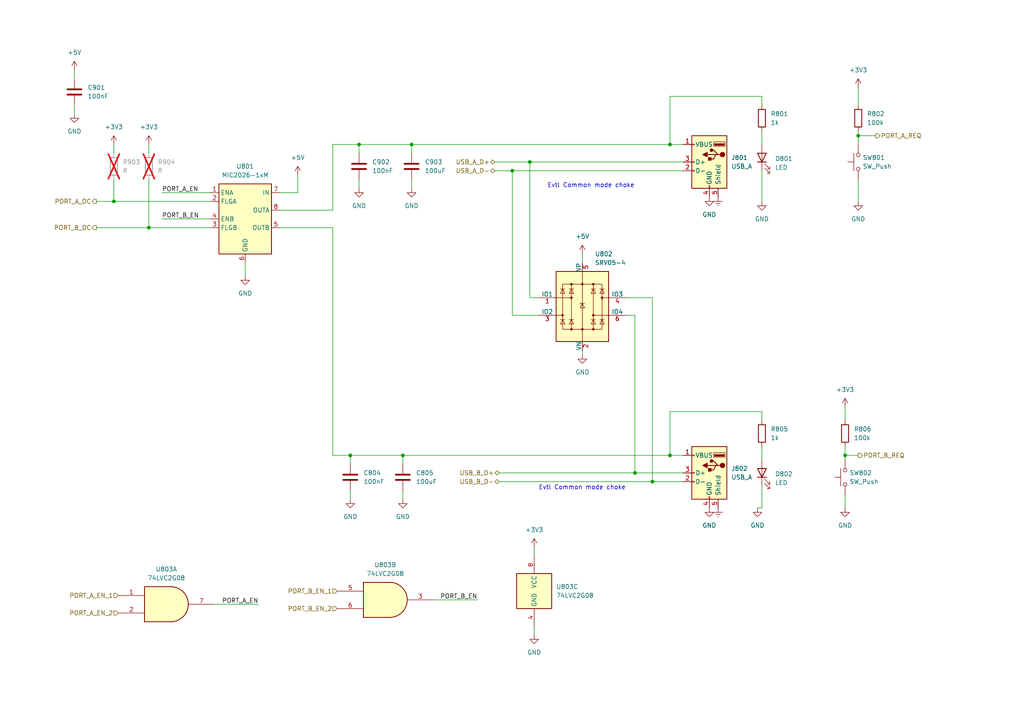
<source format=kicad_sch>
(kicad_sch (version 20230121) (generator eeschema)
  (paper "A4")
  (lib_symbols
    (symbol "74xGxx:74LVC2G08"
      (property "Reference" "U" (at -10.16 7.62 0))
      (property "Value" "74LVC2G08" (at -10.16 -7.62 0))
      (symbol "74LVC2G08_1_1"
        (arc (start 0 -5.08) (mid 5.0579 0) (end 0 5.08) (stroke (width 0.254)) (fill (type background)))
        (polyline (pts (xy 0 -5.08) (xy -7.62 -5.08) (xy -7.62 5.08) (xy 0 5.08)) (stroke (width 0.254)) (fill (type background)))
        (pin input line (at -15.24 2.54 0) (length 7.62) (name "~") (number "1"))
        (pin input line (at -15.24 -2.54 0) (length 7.62) (name "~") (number "2"))
        (pin output line (at 12.7 0 180) (length 7.62) (name "~") (number "7"))
      )
      (symbol "74LVC2G08_2_1"
        (arc (start 0 -5.08) (mid 5.0579 0) (end 0 5.08) (stroke (width 0.254)) (fill (type background)))
        (polyline (pts (xy 0 -5.08) (xy -7.62 -5.08) (xy -7.62 5.08) (xy 0 5.08)) (stroke (width 0.254)) (fill (type background)))
        (pin output line (at 12.7 0 180) (length 7.62) (name "~") (number "3"))
        (pin input line (at -15.24 2.54 0) (length 7.62) (name "~") (number "5"))
        (pin input line (at -15.24 -2.54 0) (length 7.62) (name "~") (number "6"))
      )
      (symbol "74LVC2G08_3_0"
        (rectangle (start -5.08 -5.08) (end 5.08 5.08) (stroke (width 0.254)) (fill (type background)))
      )
      (symbol "74LVC2G08_3_1"
        (pin power_in line (at 0 -10.16 90) (length 5.08) (name "GND") (number "4"))
        (pin power_in line (at 0 10.16 270) (length 5.08) (name "VCC") (number "8"))
      )
    )
    (symbol "Connector:USB_A" (pin_names (offset 1.016))
      (property "Reference" "J" (at -5.08 11.43 0))
      (property "Value" "USB_A" (at -5.08 8.89 0))
      (symbol "USB_A_0_1"
        (rectangle (start -5.08 -7.62) (end 5.08 7.62) (stroke (width 0.254)) (fill (type background)))
        (circle (center -3.81 2.159) (radius 0.635) (stroke (width 0.254)) (fill (type outline)))
        (rectangle (start -1.524 4.826) (end -4.318 5.334) (fill (type outline)))
        (rectangle (start -1.27 4.572) (end -4.572 5.842))
        (circle (center -0.635 3.429) (radius 0.381) (stroke (width 0.254)) (fill (type outline)))
        (rectangle (start -0.127 -7.62) (end 0.127 -6.858))
        (polyline (pts (xy -3.175 2.159) (xy -2.54 2.159) (xy -1.27 3.429) (xy -0.635 3.429)) (stroke (width 0.254)))
        (polyline (pts (xy -2.54 2.159) (xy -1.905 2.159) (xy -1.27 0.889) (xy 0 0.889)) (stroke (width 0.254)))
        (polyline (pts (xy 0.635 2.794) (xy 0.635 1.524) (xy 1.905 2.159) (xy 0.635 2.794)) (stroke (width 0.254)) (fill (type outline)))
        (rectangle (start 0.254 1.27) (end -0.508 0.508) (stroke (width 0.254)) (fill (type outline)))
        (rectangle (start 5.08 -2.667) (end 4.318 -2.413))
        (rectangle (start 5.08 -0.127) (end 4.318 0.127))
        (rectangle (start 5.08 4.953) (end 4.318 5.207))
      )
      (symbol "USB_A_1_1"
        (polyline (pts (xy -1.905 2.159) (xy 0.635 2.159)) (stroke (width 0.254)))
        (pin power_in line (at 7.62 5.08 180) (length 2.54) (name "VBUS") (number "1"))
        (pin bidirectional line (at 7.62 -2.54 180) (length 2.54) (name "D-") (number "2"))
        (pin bidirectional line (at 7.62 0 180) (length 2.54) (name "D+") (number "3"))
        (pin power_in line (at 0 -10.16 90) (length 2.54) (name "GND") (number "4"))
        (pin passive line (at -2.54 -10.16 90) (length 2.54) (name "Shield") (number "5"))
      )
    )
    (symbol "Device:C" (pin_numbers hide) (pin_names (offset 0.254))
      (property "Reference" "C" (at 0.635 2.54 0))
      (property "Value" "C" (at 0.635 -2.54 0))
      (symbol "C_0_1"
        (polyline (pts (xy -2.032 -0.762) (xy 2.032 -0.762)) (stroke (width 0.508)))
        (polyline (pts (xy -2.032 0.762) (xy 2.032 0.762)) (stroke (width 0.508)))
      )
      (symbol "C_1_1"
        (pin passive line (at 0 3.81 270) (length 2.794) (name "~") (number "1"))
        (pin passive line (at 0 -3.81 90) (length 2.794) (name "~") (number "2"))
      )
    )
    (symbol "Device:LED" (pin_numbers hide) (pin_names (offset 1.016) hide)
      (property "Reference" "D" (at 0 2.54 0))
      (property "Value" "LED" (at 0 -2.54 0))
      (symbol "LED_0_1"
        (polyline (pts (xy -1.27 -1.27) (xy -1.27 1.27)) (stroke (width 0.254)))
        (polyline (pts (xy -1.27 0) (xy 1.27 0)))
        (polyline (pts (xy 1.27 -1.27) (xy 1.27 1.27) (xy -1.27 0) (xy 1.27 -1.27)) (stroke (width 0.254)))
        (polyline (pts (xy -3.048 -0.762) (xy -4.572 -2.286) (xy -3.81 -2.286) (xy -4.572 -2.286) (xy -4.572 -1.524)))
        (polyline (pts (xy -1.778 -0.762) (xy -3.302 -2.286) (xy -2.54 -2.286) (xy -3.302 -2.286) (xy -3.302 -1.524)))
      )
      (symbol "LED_1_1"
        (pin passive line (at -3.81 0 0) (length 2.54) (name "K") (number "1"))
        (pin passive line (at 3.81 0 180) (length 2.54) (name "A") (number "2"))
      )
    )
    (symbol "Device:R" (pin_numbers hide) (pin_names (offset 0))
      (property "Reference" "R" (at 2.032 0 90))
      (property "Value" "R" (at 0 0 90))
      (symbol "R_0_1"
        (rectangle (start -1.016 -2.54) (end 1.016 2.54) (stroke (width 0.254)))
      )
      (symbol "R_1_1"
        (pin passive line (at 0 3.81 270) (length 1.27) (name "~") (number "1"))
        (pin passive line (at 0 -3.81 90) (length 1.27) (name "~") (number "2"))
      )
    )
    (symbol "Power_Management:MIC2026-1xM"
      (property "Reference" "U" (at -7.62 11.43 0))
      (property "Value" "MIC2026-1xM" (at 12.7 11.43 0))
      (symbol "MIC2026-1xM_0_1"
        (rectangle (start -7.62 -10.16) (end 7.62 10.16) (stroke (width 0.254)) (fill (type background)))
      )
      (symbol "MIC2026-1xM_1_1"
        (pin input line (at -10.16 7.62 0) (length 2.54) (name "ENA") (number "1"))
        (pin output line (at -10.16 5.08 0) (length 2.54) (name "FLGA") (number "2"))
        (pin output line (at -10.16 -2.54 0) (length 2.54) (name "FLGB") (number "3"))
        (pin input line (at -10.16 0 0) (length 2.54) (name "ENB") (number "4"))
        (pin power_out line (at 10.16 -2.54 180) (length 2.54) (name "OUTB") (number "5"))
        (pin power_in line (at 0 -12.7 90) (length 2.54) (name "GND") (number "6"))
        (pin power_in line (at 10.16 7.62 180) (length 2.54) (name "IN") (number "7"))
        (pin power_out line (at 10.16 2.54 180) (length 2.54) (name "OUTA") (number "8"))
      )
    )
    (symbol "Power_Protection:SRV05-4" (pin_names (offset 0))
      (property "Reference" "U" (at -5.08 11.43 0))
      (property "Value" "SRV05-4" (at 2.54 11.43 0))
      (symbol "SRV05-4_0_0"
        (rectangle (start -5.715 6.477) (end 5.715 -6.604))
        (polyline (pts (xy -3.175 -6.604) (xy -3.175 6.477)))
        (polyline (pts (xy 3.175 6.477) (xy 3.175 -6.604)))
      )
      (symbol "SRV05-4_0_1"
        (rectangle (start -7.62 10.16) (end 7.62 -10.16) (stroke (width 0.254)) (fill (type background)))
        (circle (center -5.715 -2.54) (radius 0.2794) (fill (type outline)))
        (circle (center -3.175 -6.604) (radius 0.2794) (fill (type outline)))
        (circle (center -3.175 2.54) (radius 0.2794) (fill (type outline)))
        (circle (center -3.175 6.477) (radius 0.2794) (fill (type outline)))
        (circle (center 0 -6.604) (radius 0.2794) (fill (type outline)))
        (polyline (pts (xy -7.747 2.54) (xy -3.175 2.54)))
        (polyline (pts (xy -7.62 -2.54) (xy -5.715 -2.54)))
        (polyline (pts (xy -5.08 -3.81) (xy -6.35 -3.81)))
        (polyline (pts (xy -5.08 5.08) (xy -6.35 5.08)))
        (polyline (pts (xy -2.54 -3.81) (xy -3.81 -3.81)))
        (polyline (pts (xy -2.54 5.08) (xy -3.81 5.08)))
        (polyline (pts (xy 0 10.16) (xy 0 -10.16)))
        (polyline (pts (xy 3.81 -3.81) (xy 2.54 -3.81)))
        (polyline (pts (xy 3.81 5.08) (xy 2.54 5.08)))
        (polyline (pts (xy 6.35 -3.81) (xy 5.08 -3.81)))
        (polyline (pts (xy 6.35 5.08) (xy 5.08 5.08)))
        (polyline (pts (xy 7.62 -2.54) (xy 3.175 -2.54)))
        (polyline (pts (xy 7.62 2.54) (xy 5.715 2.54)))
        (polyline (pts (xy 0.635 0.889) (xy -0.635 0.889) (xy -0.635 0.635)))
        (polyline (pts (xy -5.08 -5.08) (xy -6.35 -5.08) (xy -5.715 -3.81) (xy -5.08 -5.08)))
        (polyline (pts (xy -5.08 3.81) (xy -6.35 3.81) (xy -5.715 5.08) (xy -5.08 3.81)))
        (polyline (pts (xy -2.54 -5.08) (xy -3.81 -5.08) (xy -3.175 -3.81) (xy -2.54 -5.08)))
        (polyline (pts (xy -2.54 3.81) (xy -3.81 3.81) (xy -3.175 5.08) (xy -2.54 3.81)))
        (polyline (pts (xy 0.635 -0.381) (xy -0.635 -0.381) (xy 0 0.889) (xy 0.635 -0.381)))
        (polyline (pts (xy 3.81 -5.08) (xy 2.54 -5.08) (xy 3.175 -3.81) (xy 3.81 -5.08)))
        (polyline (pts (xy 3.81 3.81) (xy 2.54 3.81) (xy 3.175 5.08) (xy 3.81 3.81)))
        (polyline (pts (xy 6.35 -5.08) (xy 5.08 -5.08) (xy 5.715 -3.81) (xy 6.35 -5.08)))
        (polyline (pts (xy 6.35 3.81) (xy 5.08 3.81) (xy 5.715 5.08) (xy 6.35 3.81)))
        (circle (center 0 6.477) (radius 0.2794) (fill (type outline)))
        (circle (center 3.175 -6.604) (radius 0.2794) (fill (type outline)))
        (circle (center 3.175 -2.54) (radius 0.2794) (fill (type outline)))
        (circle (center 3.175 6.477) (radius 0.2794) (fill (type outline)))
        (circle (center 5.715 2.54) (radius 0.2794) (fill (type outline)))
      )
      (symbol "SRV05-4_1_1"
        (pin passive line (at -12.7 2.54 0) (length 5.08) (name "IO1") (number "1"))
        (pin passive line (at 0 -12.7 90) (length 2.54) (name "VN") (number "2"))
        (pin passive line (at -12.7 -2.54 0) (length 5.08) (name "IO2") (number "3"))
        (pin passive line (at 12.7 2.54 180) (length 5.08) (name "IO3") (number "4"))
        (pin passive line (at 0 12.7 270) (length 2.54) (name "VP") (number "5"))
        (pin passive line (at 12.7 -2.54 180) (length 5.08) (name "IO4") (number "6"))
      )
    )
    (symbol "Switch:SW_Push" (pin_numbers hide) (pin_names (offset 1.016) hide)
      (property "Reference" "SW" (at 1.27 2.54 0))
      (property "Value" "SW_Push" (at 0 -1.524 0))
      (symbol "SW_Push_0_1"
        (circle (center -2.032 0) (radius 0.508))
        (polyline (pts (xy 0 1.27) (xy 0 3.048)))
        (polyline (pts (xy 2.54 1.27) (xy -2.54 1.27)))
        (circle (center 2.032 0) (radius 0.508))
        (pin passive line (at -5.08 0 0) (length 2.54) (name "1") (number "1"))
        (pin passive line (at 5.08 0 180) (length 2.54) (name "2") (number "2"))
      )
    )
    (symbol "power:+3V3" (power) (pin_names (offset 0))
      (property "Value" "+3V3" (at 0 3.556 0))
      (symbol "+3V3_0_1"
        (polyline (pts (xy -0.762 1.27) (xy 0 2.54)))
        (polyline (pts (xy 0 0) (xy 0 2.54)))
        (polyline (pts (xy 0 2.54) (xy 0.762 1.27)))
      )
      (symbol "+3V3_1_1"
        (pin power_in line (at 0 0 90) (length 0) hide (name "+3V3") (number "1"))
      )
    )
    (symbol "power:+5V" (power) (pin_names (offset 0))
      (property "Value" "+5V" (at 0 3.556 0))
      (symbol "+5V_0_1"
        (polyline (pts (xy -0.762 1.27) (xy 0 2.54)))
        (polyline (pts (xy 0 0) (xy 0 2.54)))
        (polyline (pts (xy 0 2.54) (xy 0.762 1.27)))
      )
      (symbol "+5V_1_1"
        (pin power_in line (at 0 0 90) (length 0) hide (name "+5V") (number "1"))
      )
    )
    (symbol "power:Earth" (power) (pin_names (offset 0))
      (symbol "Earth_0_1"
        (polyline (pts (xy -0.635 -1.905) (xy 0.635 -1.905)))
        (polyline (pts (xy -0.127 -2.54) (xy 0.127 -2.54)))
        (polyline (pts (xy 0 -1.27) (xy 0 0)))
        (polyline (pts (xy 1.27 -1.27) (xy -1.27 -1.27)))
      )
      (symbol "Earth_1_1"
        (pin power_in line (at 0 0 270) (length 0) hide (name "Earth") (number "1"))
      )
    )
    (symbol "power:GND" (power) (pin_names (offset 0))
      (property "Value" "GND" (at 0 -3.81 0))
      (symbol "GND_0_1"
        (polyline (pts (xy 0 0) (xy 0 -1.27) (xy 1.27 -1.27) (xy 0 -2.54) (xy -1.27 -1.27) (xy 0 -1.27)))
      )
      (symbol "GND_1_1"
        (pin power_in line (at 0 0 270) (length 0) hide (name "GND") (number "1"))
      )
    )
  )
  (junction (at 194.31 41.91))
  (junction (at 245.11 132.08))
  (junction (at 184.15 137.16))
  (junction (at 104.14 41.91))
  (junction (at 43.18 66.04))
  (junction (at 248.92 39.37))
  (junction (at 101.6 132.08))
  (junction (at 33.02 58.42))
  (junction (at 119.38 41.91))
  (junction (at 189.23 139.7))
  (junction (at 194.31 132.08))
  (junction (at 153.67 46.99))
  (junction (at 148.59 49.53))
  (junction (at 116.84 132.08))
  (wire (pts (xy 71.12 76.2) (xy 71.12 80.01)))
  (wire (pts (xy 156.21 86.36) (xy 153.67 86.36)))
  (wire (pts (xy 27.94 58.42) (xy 33.02 58.42)))
  (wire (pts (xy 168.91 101.6) (xy 168.91 102.87)))
  (wire (pts (xy 194.31 41.91) (xy 198.12 41.91)))
  (wire (pts (xy 144.78 139.7) (xy 189.23 139.7)))
  (wire (pts (xy 220.98 119.38) (xy 194.31 119.38)))
  (wire (pts (xy 81.28 55.88) (xy 86.36 55.88)))
  (wire (pts (xy 194.31 27.94) (xy 194.31 41.91)))
  (wire (pts (xy 245.11 132.08) (xy 248.92 132.08)))
  (wire (pts (xy 220.98 147.32) (xy 219.71 147.32)))
  (wire (pts (xy 220.98 38.1) (xy 220.98 41.91)))
  (wire (pts (xy 27.94 66.04) (xy 43.18 66.04)))
  (wire (pts (xy 220.98 140.97) (xy 220.98 147.32)))
  (wire (pts (xy 154.94 158.75) (xy 154.94 161.29)))
  (wire (pts (xy 33.02 41.91) (xy 33.02 44.45)))
  (wire (pts (xy 143.51 49.53) (xy 148.59 49.53)))
  (wire (pts (xy 21.59 20.32) (xy 21.59 22.86)))
  (wire (pts (xy 96.52 41.91) (xy 104.14 41.91)))
  (wire (pts (xy 245.11 143.51) (xy 245.11 147.32)))
  (wire (pts (xy 104.14 52.07) (xy 104.14 54.61)))
  (wire (pts (xy 104.14 41.91) (xy 104.14 44.45)))
  (wire (pts (xy 116.84 142.24) (xy 116.84 144.78)))
  (wire (pts (xy 220.98 30.48) (xy 220.98 27.94)))
  (wire (pts (xy 101.6 132.08) (xy 116.84 132.08)))
  (wire (pts (xy 143.51 46.99) (xy 153.67 46.99)))
  (wire (pts (xy 198.12 139.7) (xy 189.23 139.7)))
  (wire (pts (xy 21.59 30.48) (xy 21.59 33.02)))
  (wire (pts (xy 119.38 41.91) (xy 119.38 44.45)))
  (wire (pts (xy 104.14 41.91) (xy 119.38 41.91)))
  (wire (pts (xy 198.12 49.53) (xy 148.59 49.53)))
  (wire (pts (xy 46.99 63.5) (xy 60.96 63.5)))
  (wire (pts (xy 96.52 60.96) (xy 96.52 41.91)))
  (wire (pts (xy 245.11 118.11) (xy 245.11 121.92)))
  (wire (pts (xy 220.98 129.54) (xy 220.98 133.35)))
  (wire (pts (xy 248.92 39.37) (xy 248.92 41.91)))
  (wire (pts (xy 144.78 137.16) (xy 184.15 137.16)))
  (wire (pts (xy 220.98 49.53) (xy 220.98 58.42)))
  (wire (pts (xy 116.84 132.08) (xy 194.31 132.08)))
  (wire (pts (xy 62.23 175.26) (xy 74.93 175.26)))
  (wire (pts (xy 116.84 132.08) (xy 116.84 134.62)))
  (wire (pts (xy 248.92 38.1) (xy 248.92 39.37)))
  (wire (pts (xy 43.18 66.04) (xy 60.96 66.04)))
  (wire (pts (xy 153.67 86.36) (xy 153.67 46.99)))
  (wire (pts (xy 81.28 60.96) (xy 96.52 60.96)))
  (wire (pts (xy 194.31 119.38) (xy 194.31 132.08)))
  (wire (pts (xy 101.6 132.08) (xy 101.6 134.62)))
  (wire (pts (xy 184.15 91.44) (xy 184.15 137.16)))
  (wire (pts (xy 33.02 52.07) (xy 33.02 58.42)))
  (wire (pts (xy 245.11 129.54) (xy 245.11 132.08)))
  (wire (pts (xy 156.21 91.44) (xy 148.59 91.44)))
  (wire (pts (xy 248.92 25.4) (xy 248.92 30.48)))
  (wire (pts (xy 189.23 86.36) (xy 189.23 139.7)))
  (wire (pts (xy 119.38 41.91) (xy 194.31 41.91)))
  (wire (pts (xy 33.02 58.42) (xy 60.96 58.42)))
  (wire (pts (xy 148.59 91.44) (xy 148.59 49.53)))
  (wire (pts (xy 153.67 46.99) (xy 198.12 46.99)))
  (wire (pts (xy 96.52 132.08) (xy 101.6 132.08)))
  (wire (pts (xy 194.31 132.08) (xy 198.12 132.08)))
  (wire (pts (xy 181.61 91.44) (xy 184.15 91.44)))
  (wire (pts (xy 220.98 121.92) (xy 220.98 119.38)))
  (wire (pts (xy 245.11 132.08) (xy 245.11 133.35)))
  (wire (pts (xy 154.94 181.61) (xy 154.94 184.15)))
  (wire (pts (xy 220.98 27.94) (xy 194.31 27.94)))
  (wire (pts (xy 101.6 142.24) (xy 101.6 144.78)))
  (wire (pts (xy 43.18 52.07) (xy 43.18 66.04)))
  (wire (pts (xy 184.15 137.16) (xy 198.12 137.16)))
  (wire (pts (xy 181.61 86.36) (xy 189.23 86.36)))
  (wire (pts (xy 46.99 55.88) (xy 60.96 55.88)))
  (wire (pts (xy 248.92 39.37) (xy 254 39.37)))
  (wire (pts (xy 86.36 55.88) (xy 86.36 50.8)))
  (wire (pts (xy 119.38 52.07) (xy 119.38 54.61)))
  (wire (pts (xy 96.52 132.08) (xy 96.52 66.04)))
  (wire (pts (xy 43.18 41.91) (xy 43.18 44.45)))
  (wire (pts (xy 168.91 76.2) (xy 168.91 73.66)))
  (wire (pts (xy 248.92 52.07) (xy 248.92 58.42)))
  (wire (pts (xy 125.73 173.99) (xy 138.43 173.99)))
  (wire (pts (xy 81.28 66.04) (xy 96.52 66.04)))
  (text "Evtl Common mode choke" (at 158.75 54.61 0) (effects (font (size 1.27 1.27)) (justify left bottom)))
  (text "Evtl Common mode choke" (at 156.21 142.24 0) (effects (font (size 1.27 1.27)) (justify left bottom)))
  (label "PORT_A_EN" (at 74.93 175.26 180))
  (label "PORT_A_EN" (at 46.99 55.88 0))
  (label "PORT_B_EN" (at 138.43 173.99 180))
  (label "PORT_B_EN" (at 46.99 63.5 0))
  (hierarchical_label "USB_A_D-" (shape bidirectional) (at 143.51 49.53 180))
  (hierarchical_label "PORT_A_OC" (shape output) (at 27.94 58.42 180))
  (hierarchical_label "USB_B_D+" (shape bidirectional) (at 144.78 137.16 180))
  (hierarchical_label "PORT_A_REQ" (shape output) (at 254 39.37 0))
  (hierarchical_label "PORT_A_EN_1" (shape input) (at 34.29 172.72 180))
  (hierarchical_label "USB_B_D-" (shape bidirectional) (at 144.78 139.7 180))
  (hierarchical_label "PORT_B_EN_2" (shape input) (at 97.79 176.53 180))
  (hierarchical_label "PORT_B_OC" (shape output) (at 27.94 66.04 180))
  (hierarchical_label "PORT_B_REQ" (shape output) (at 248.92 132.08 0))
  (hierarchical_label "USB_A_D+" (shape bidirectional) (at 143.51 46.99 180))
  (hierarchical_label "PORT_B_EN_1" (shape input) (at 97.79 171.45 180))
  (hierarchical_label "PORT_A_EN_2" (shape input) (at 34.29 177.8 180))
  (symbol (lib_id "power:GND") (at 245.11 147.32 0) (unit 1)
    (property "Reference" "#PWR0922" (effects hide))
    (property "Value" "GND" (at 245.11 152.4 0))
    (instances (project "usb-hub" (path "" (reference "#PWR0922") (unit 1)) (path "" (reference "#PWR01022") (unit 1)) (path "" (reference "#PWR01122") (unit 1)) (path "" (reference "#PWR0822") (unit 1)) (path "" (reference "#PWR01222") (unit 1)) (path "" (reference "#PWR01322") (unit 1))))
  )
  (symbol (lib_id "power:GND") (at 21.59 33.02 0) (unit 1)
    (property "Reference" "#PWR0903" (effects hide))
    (property "Value" "GND" (at 21.59 38.1 0))
    (instances (project "usb-hub" (path "" (reference "#PWR0903") (unit 1)) (path "" (reference "#PWR01003") (unit 1)) (path "" (reference "#PWR01103") (unit 1)) (path "" (reference "#PWR0803") (unit 1)) (path "" (reference "#PWR01203") (unit 1)) (path "" (reference "#PWR01303") (unit 1))))
  )
  (symbol (lib_id "power:+3V3") (at 43.18 41.91 0) (unit 1)
    (property "Reference" "#PWR0905" (effects hide))
    (property "Value" "+3V3" (at 43.18 36.83 0))
    (instances (project "usb-hub" (path "" (reference "#PWR0905") (unit 1)) (path "" (reference "#PWR01005") (unit 1)) (path "" (reference "#PWR01105") (unit 1)) (path "" (reference "#PWR0805") (unit 1)) (path "" (reference "#PWR01205") (unit 1)) (path "" (reference "#PWR01305") (unit 1))))
  )
  (symbol (lib_id "power:GND") (at 205.74 57.15 0) (unit 1)
    (property "Reference" "#PWR0809" (effects hide))
    (property "Value" "GND" (at 205.74 62.23 0))
    (instances (project "usb-hub" (path "" (reference "#PWR0809") (unit 1)) (path "" (reference "#PWR0909") (unit 1)) (path "" (reference "#PWR01009") (unit 1)) (path "" (reference "#PWR01109") (unit 1)) (path "" (reference "#PWR01209") (unit 1)) (path "" (reference "#PWR01309") (unit 1))))
  )
  (symbol (lib_id "74xGxx:74LVC2G08") (at 113.03 173.99 0) (unit 2)
    (property "Reference" "U803" (at 111.7489 163.83 0))
    (property "Value" "74LVC2G08" (at 111.7489 166.37 0))
    (property "Footprint" "Package_SO:VSSOP-8_2.3x2mm_P0.5mm" (effects hide))
    (property "Datasheet" "http://www.ti.com/lit/sg/scyt129e/scyt129e.pdf" (effects hide))
    (property "LCSC#" "C91875" (effects hide))
    (instances (project "usb-hub" (path "" (reference "U803") (unit 2)) (path "" (reference "U1203") (unit 2)) (path "" (reference "U1303") (unit 2)) (path "" (reference "U903") (unit 2)) (path "" (reference "U1003") (unit 2)) (path "" (reference "U1103") (unit 2))))
  )
  (symbol (lib_id "Device:R") (at 33.02 48.26 0) (unit 1) (dnp yes)
    (property "Reference" "R903" (at 35.56 46.99 0) (effects (justify left)))
    (property "Value" "R" (at 35.56 49.53 0) (effects (justify left)))
    (property "Footprint" "Resistor_SMD:R_0603_1608Metric" (effects hide))
    (instances (project "usb-hub" (path "" (reference "R903") (unit 1)) (path "" (reference "R1003") (unit 1)) (path "" (reference "R1103") (unit 1)) (path "" (reference "R803") (unit 1)) (path "" (reference "R1203") (unit 1)) (path "" (reference "R1303") (unit 1))))
  )
  (symbol (lib_id "power:Earth") (at 208.28 147.32 0) (unit 1)
    (property "Reference" "#PWR0820" (effects hide))
    (property "Value" "Earth" (effects hide))
    (instances (project "usb-hub" (path "" (reference "#PWR0820") (unit 1)) (path "" (reference "#PWR0920") (unit 1)) (path "" (reference "#PWR01020") (unit 1)) (path "" (reference "#PWR01120") (unit 1)) (path "" (reference "#PWR01220") (unit 1)) (path "" (reference "#PWR01320") (unit 1))))
  )
  (symbol (lib_id "Power_Protection:SRV05-4") (at 168.91 88.9 0) (unit 1)
    (property "Reference" "U802" (at 172.5361 73.66 0) (effects (justify left)))
    (property "Value" "SRV05-4" (at 172.5361 76.2 0) (effects (justify left)))
    (property "Footprint" "Package_TO_SOT_SMD:SOT-23-6" (effects hide))
    (property "Datasheet" "http://www.onsemi.com/pub/Collateral/SRV05-4-D.PDF" (effects hide))
    (property "LCSC#" "C7420376" (effects hide))
    (instances (project "usb-hub" (path "" (reference "U802") (unit 1)) (path "" (reference "U1202") (unit 1)) (path "" (reference "U1302") (unit 1)) (path "" (reference "U902") (unit 1)) (path "" (reference "U1002") (unit 1)) (path "" (reference "U1102") (unit 1))))
  )
  (symbol (lib_id "power:Earth") (at 208.28 57.15 0) (unit 1)
    (property "Reference" "#PWR0810" (effects hide))
    (property "Value" "Earth" (effects hide))
    (instances (project "usb-hub" (path "" (reference "#PWR0810") (unit 1)) (path "" (reference "#PWR0910") (unit 1)) (path "" (reference "#PWR01010") (unit 1)) (path "" (reference "#PWR01110") (unit 1)) (path "" (reference "#PWR01210") (unit 1)) (path "" (reference "#PWR01310") (unit 1))))
  )
  (symbol (lib_id "Switch:SW_Push") (at 248.92 46.99 90) (unit 1)
    (property "Reference" "SW801" (at 250.19 45.72 90) (effects (justify right)))
    (property "Value" "SW_Push" (at 250.19 48.26 90) (effects (justify right)))
    (property "Footprint" "Button_Switch_SMD:SW_SPST_TL3342" (effects hide))
    (instances (project "usb-hub" (path "" (reference "SW801") (unit 1)) (path "" (reference "SW1201") (unit 1)) (path "" (reference "SW1301") (unit 1)) (path "" (reference "SW901") (unit 1)) (path "" (reference "SW1001") (unit 1)) (path "" (reference "SW1101") (unit 1))))
  )
  (symbol (lib_id "Connector:USB_A") (at 205.74 137.16 0) (mirror y) (unit 1)
    (property "Reference" "J802" (at 212.09 135.89 0) (effects (justify right)))
    (property "Value" "USB_A" (at 212.09 138.43 0) (effects (justify right)))
    (property "Footprint" "Connectors:CU01SAV1S00" (effects hide))
    (property "Datasheet" " ~" (effects hide))
    (instances (project "usb-hub" (path "" (reference "J802") (unit 1)) (path "" (reference "J1202") (unit 1)) (path "" (reference "J1302") (unit 1)) (path "" (reference "J902") (unit 1)) (path "" (reference "J1002") (unit 1)) (path "" (reference "J1102") (unit 1))))
  )
  (symbol (lib_id "74xGxx:74LVC2G08") (at 49.53 175.26 0) (unit 1)
    (property "Reference" "U803" (at 48.2489 165.1 0))
    (property "Value" "74LVC2G08" (at 48.2489 167.64 0))
    (property "Footprint" "Package_SO:VSSOP-8_2.3x2mm_P0.5mm" (effects hide))
    (property "Datasheet" "http://www.ti.com/lit/sg/scyt129e/scyt129e.pdf" (effects hide))
    (property "LCSC#" "C91875" (effects hide))
    (instances (project "usb-hub" (path "" (reference "U803") (unit 1)) (path "" (reference "U1203") (unit 1)) (path "" (reference "U1303") (unit 1)) (path "" (reference "U903") (unit 1)) (path "" (reference "U1003") (unit 1)) (path "" (reference "U1103") (unit 1))))
  )
  (symbol (lib_id "Connector:USB_A") (at 205.74 46.99 0) (mirror y) (unit 1)
    (property "Reference" "J801" (at 212.09 45.72 0) (effects (justify right)))
    (property "Value" "USB_A" (at 212.09 48.26 0) (effects (justify right)))
    (property "Footprint" "Connectors:CU01SAV1S00" (effects hide))
    (property "Datasheet" " ~" (effects hide))
    (instances (project "usb-hub" (path "" (reference "J801") (unit 1)) (path "" (reference "J1201") (unit 1)) (path "" (reference "J1301") (unit 1)) (path "" (reference "J901") (unit 1)) (path "" (reference "J1001") (unit 1)) (path "" (reference "J1101") (unit 1))))
  )
  (symbol (lib_id "Device:C") (at 21.59 26.67 0) (unit 1)
    (property "Reference" "C901" (at 25.4 25.4 0) (effects (justify left)))
    (property "Value" "100nF" (at 25.4 27.94 0) (effects (justify left)))
    (property "Footprint" "Capacitor_SMD:C_0402_1005Metric" (effects hide))
    (instances (project "usb-hub" (path "" (reference "C901") (unit 1)) (path "" (reference "C1001") (unit 1)) (path "" (reference "C1101") (unit 1)) (path "" (reference "C801") (unit 1)) (path "" (reference "C1201") (unit 1)) (path "" (reference "C1301") (unit 1))))
  )
  (symbol (lib_id "Device:R") (at 248.92 34.29 0) (unit 1)
    (property "Reference" "R802" (at 251.46 33.02 0) (effects (justify left)))
    (property "Value" "100k" (at 251.46 35.56 0) (effects (justify left)))
    (property "Footprint" "Resistor_SMD:R_0402_1005Metric" (effects hide))
    (instances (project "usb-hub" (path "" (reference "R802") (unit 1)) (path "" (reference "R1202") (unit 1)) (path "" (reference "R1302") (unit 1)) (path "" (reference "R902") (unit 1)) (path "" (reference "R1002") (unit 1)) (path "" (reference "R1102") (unit 1))))
  )
  (symbol (lib_id "power:GND") (at 219.71 147.32 0) (unit 1)
    (property "Reference" "#PWR0921" (effects hide))
    (property "Value" "GND" (at 219.71 152.4 0))
    (instances (project "usb-hub" (path "" (reference "#PWR0921") (unit 1)) (path "" (reference "#PWR01021") (unit 1)) (path "" (reference "#PWR01121") (unit 1)) (path "" (reference "#PWR0821") (unit 1)) (path "" (reference "#PWR01221") (unit 1)) (path "" (reference "#PWR01321") (unit 1))))
  )
  (symbol (lib_id "Power_Management:MIC2026-1xM") (at 71.12 63.5 0) (unit 1)
    (property "Reference" "U801" (at 71.12 48.26 0))
    (property "Value" "MIC2026-1xM" (at 71.12 50.8 0))
    (property "Footprint" "Package_SO:SOIC-8_3.9x4.9mm_P1.27mm" (effects hide))
    (property "Datasheet" "https://ww1.microchip.com/downloads/aemDocuments/documents/APID/ProductDocuments/DataSheets/MIC2026-MIC2076-Dual-Channel-Power-Distribution-Switch-DS20006443A.pdf" (effects hide))
    (instances (project "usb-hub" (path "" (reference "U801") (unit 1)) (path "" (reference "U1201") (unit 1)) (path "" (reference "U1301") (unit 1)) (path "" (reference "U901") (unit 1)) (path "" (reference "U1001") (unit 1)) (path "" (reference "U1101") (unit 1))))
  )
  (symbol (lib_id "Switch:SW_Push") (at 245.11 138.43 90) (unit 1)
    (property "Reference" "SW802" (at 246.38 137.16 90) (effects (justify right)))
    (property "Value" "SW_Push" (at 246.38 139.7 90) (effects (justify right)))
    (property "Footprint" "Button_Switch_SMD:SW_SPST_TL3342" (effects hide))
    (instances (project "usb-hub" (path "" (reference "SW802") (unit 1)) (path "" (reference "SW1202") (unit 1)) (path "" (reference "SW1302") (unit 1)) (path "" (reference "SW902") (unit 1)) (path "" (reference "SW1002") (unit 1)) (path "" (reference "SW1102") (unit 1))))
  )
  (symbol (lib_id "Device:C") (at 104.14 48.26 0) (unit 1)
    (property "Reference" "C902" (at 107.95 46.99 0) (effects (justify left)))
    (property "Value" "100nF" (at 107.95 49.53 0) (effects (justify left)))
    (property "Footprint" "Capacitor_SMD:C_0402_1005Metric" (effects hide))
    (instances (project "usb-hub" (path "" (reference "C902") (unit 1)) (path "" (reference "C1002") (unit 1)) (path "" (reference "C1102") (unit 1)) (path "" (reference "C802") (unit 1)) (path "" (reference "C1202") (unit 1)) (path "" (reference "C1302") (unit 1))))
  )
  (symbol (lib_id "power:GND") (at 205.74 147.32 0) (unit 1)
    (property "Reference" "#PWR0819" (effects hide))
    (property "Value" "GND" (at 205.74 152.4 0))
    (instances (project "usb-hub" (path "" (reference "#PWR0819") (unit 1)) (path "" (reference "#PWR0919") (unit 1)) (path "" (reference "#PWR01019") (unit 1)) (path "" (reference "#PWR01119") (unit 1)) (path "" (reference "#PWR01219") (unit 1)) (path "" (reference "#PWR01319") (unit 1))))
  )
  (symbol (lib_id "Device:LED") (at 220.98 137.16 90) (unit 1)
    (property "Reference" "D802" (at 224.79 137.4775 90) (effects (justify right)))
    (property "Value" "LED" (at 224.79 140.0175 90) (effects (justify right)))
    (property "Footprint" "LED_SMD:LED_0603_1608Metric" (effects hide))
    (instances (project "usb-hub" (path "" (reference "D802") (unit 1)) (path "" (reference "D1202") (unit 1)) (path "" (reference "D1302") (unit 1)) (path "" (reference "D902") (unit 1)) (path "" (reference "D1002") (unit 1)) (path "" (reference "D1102") (unit 1))))
  )
  (symbol (lib_id "power:GND") (at 119.38 54.61 0) (unit 1)
    (property "Reference" "#PWR0908" (effects hide))
    (property "Value" "GND" (at 119.38 59.69 0))
    (instances (project "usb-hub" (path "" (reference "#PWR0908") (unit 1)) (path "" (reference "#PWR01008") (unit 1)) (path "" (reference "#PWR01108") (unit 1)) (path "" (reference "#PWR0808") (unit 1)) (path "" (reference "#PWR01208") (unit 1)) (path "" (reference "#PWR01308") (unit 1))))
  )
  (symbol (lib_id "power:GND") (at 104.14 54.61 0) (unit 1)
    (property "Reference" "#PWR0907" (effects hide))
    (property "Value" "GND" (at 104.14 59.69 0))
    (instances (project "usb-hub" (path "" (reference "#PWR0907") (unit 1)) (path "" (reference "#PWR01007") (unit 1)) (path "" (reference "#PWR01107") (unit 1)) (path "" (reference "#PWR0807") (unit 1)) (path "" (reference "#PWR01207") (unit 1)) (path "" (reference "#PWR01307") (unit 1))))
  )
  (symbol (lib_id "Device:C") (at 119.38 48.26 0) (unit 1)
    (property "Reference" "C903" (at 123.19 46.99 0) (effects (justify left)))
    (property "Value" "100uF" (at 123.19 49.53 0) (effects (justify left)))
    (property "Footprint" "Capacitor_SMD:C_0402_1005Metric" (effects hide))
    (instances (project "usb-hub" (path "" (reference "C903") (unit 1)) (path "" (reference "C1003") (unit 1)) (path "" (reference "C1103") (unit 1)) (path "" (reference "C803") (unit 1)) (path "" (reference "C1203") (unit 1)) (path "" (reference "C1303") (unit 1))))
  )
  (symbol (lib_id "power:+3V3") (at 248.92 25.4 0) (unit 1)
    (property "Reference" "#PWR0802" (effects hide))
    (property "Value" "+3V3" (at 248.92 20.32 0))
    (instances (project "usb-hub" (path "" (reference "#PWR0802") (unit 1)) (path "" (reference "#PWR0902") (unit 1)) (path "" (reference "#PWR01002") (unit 1)) (path "" (reference "#PWR01102") (unit 1)) (path "" (reference "#PWR01202") (unit 1)) (path "" (reference "#PWR01302") (unit 1))))
  )
  (symbol (lib_id "Device:R") (at 220.98 125.73 0) (unit 1)
    (property "Reference" "R805" (at 223.52 124.46 0) (effects (justify left)))
    (property "Value" "1k" (at 223.52 127 0) (effects (justify left)))
    (property "Footprint" "Resistor_SMD:R_0402_1005Metric" (effects hide))
    (instances (project "usb-hub" (path "" (reference "R805") (unit 1)) (path "" (reference "R1205") (unit 1)) (path "" (reference "R1305") (unit 1)) (path "" (reference "R905") (unit 1)) (path "" (reference "R1005") (unit 1)) (path "" (reference "R1105") (unit 1))))
  )
  (symbol (lib_id "power:+3V3") (at 245.11 118.11 0) (unit 1)
    (property "Reference" "#PWR0816" (effects hide))
    (property "Value" "+3V3" (at 245.11 113.03 0))
    (instances (project "usb-hub" (path "" (reference "#PWR0816") (unit 1)) (path "" (reference "#PWR0916") (unit 1)) (path "" (reference "#PWR01016") (unit 1)) (path "" (reference "#PWR01116") (unit 1)) (path "" (reference "#PWR01216") (unit 1)) (path "" (reference "#PWR01316") (unit 1))))
  )
  (symbol (lib_id "power:GND") (at 220.98 58.42 0) (unit 1)
    (property "Reference" "#PWR0911" (effects hide))
    (property "Value" "GND" (at 220.98 63.5 0))
    (instances (project "usb-hub" (path "" (reference "#PWR0911") (unit 1)) (path "" (reference "#PWR01011") (unit 1)) (path "" (reference "#PWR01111") (unit 1)) (path "" (reference "#PWR0811") (unit 1)) (path "" (reference "#PWR01211") (unit 1)) (path "" (reference "#PWR01311") (unit 1))))
  )
  (symbol (lib_id "power:+5V") (at 21.59 20.32 0) (unit 1)
    (property "Reference" "#PWR0901" (effects hide))
    (property "Value" "+5V" (at 21.59 15.24 0))
    (instances (project "usb-hub" (path "" (reference "#PWR0901") (unit 1)) (path "" (reference "#PWR01001") (unit 1)) (path "" (reference "#PWR01101") (unit 1)) (path "" (reference "#PWR0801") (unit 1)) (path "" (reference "#PWR01201") (unit 1)) (path "" (reference "#PWR01301") (unit 1))))
  )
  (symbol (lib_id "power:GND") (at 154.94 184.15 0) (unit 1)
    (property "Reference" "#PWR0924" (effects hide))
    (property "Value" "GND" (at 154.94 189.23 0))
    (instances (project "usb-hub" (path "" (reference "#PWR0924") (unit 1)) (path "" (reference "#PWR01024") (unit 1)) (path "" (reference "#PWR01124") (unit 1)) (path "" (reference "#PWR0824") (unit 1)) (path "" (reference "#PWR01224") (unit 1)) (path "" (reference "#PWR01324") (unit 1))))
  )
  (symbol (lib_id "Device:R") (at 43.18 48.26 0) (unit 1) (dnp yes)
    (property "Reference" "R904" (at 45.72 46.99 0) (effects (justify left)))
    (property "Value" "R" (at 45.72 49.53 0) (effects (justify left)))
    (property "Footprint" "Resistor_SMD:R_0603_1608Metric" (effects hide))
    (instances (project "usb-hub" (path "" (reference "R904") (unit 1)) (path "" (reference "R1004") (unit 1)) (path "" (reference "R1104") (unit 1)) (path "" (reference "R804") (unit 1)) (path "" (reference "R1204") (unit 1)) (path "" (reference "R1304") (unit 1))))
  )
  (symbol (lib_id "Device:C") (at 116.84 138.43 0) (unit 1)
    (property "Reference" "C805" (at 120.65 137.16 0) (effects (justify left)))
    (property "Value" "100uF" (at 120.65 139.7 0) (effects (justify left)))
    (property "Footprint" "Capacitor_SMD:C_0402_1005Metric" (effects hide))
    (instances (project "usb-hub" (path "" (reference "C805") (unit 1)) (path "" (reference "C1205") (unit 1)) (path "" (reference "C1305") (unit 1)) (path "" (reference "C905") (unit 1)) (path "" (reference "C1005") (unit 1)) (path "" (reference "C1105") (unit 1))))
  )
  (symbol (lib_id "Device:C") (at 101.6 138.43 0) (unit 1)
    (property "Reference" "C804" (at 105.41 137.16 0) (effects (justify left)))
    (property "Value" "100nF" (at 105.41 139.7 0) (effects (justify left)))
    (property "Footprint" "Capacitor_SMD:C_0402_1005Metric" (effects hide))
    (instances (project "usb-hub" (path "" (reference "C804") (unit 1)) (path "" (reference "C1204") (unit 1)) (path "" (reference "C1304") (unit 1)) (path "" (reference "C904") (unit 1)) (path "" (reference "C1004") (unit 1)) (path "" (reference "C1104") (unit 1))))
  )
  (symbol (lib_id "power:GND") (at 168.91 102.87 0) (unit 1)
    (property "Reference" "#PWR0815" (effects hide))
    (property "Value" "GND" (at 168.91 107.95 0))
    (instances (project "usb-hub" (path "" (reference "#PWR0815") (unit 1)) (path "" (reference "#PWR0915") (unit 1)) (path "" (reference "#PWR01015") (unit 1)) (path "" (reference "#PWR01115") (unit 1)) (path "" (reference "#PWR01215") (unit 1)) (path "" (reference "#PWR01315") (unit 1))))
  )
  (symbol (lib_id "Device:R") (at 220.98 34.29 0) (unit 1)
    (property "Reference" "R801" (at 223.52 33.02 0) (effects (justify left)))
    (property "Value" "1k" (at 223.52 35.56 0) (effects (justify left)))
    (property "Footprint" "Resistor_SMD:R_0402_1005Metric" (effects hide))
    (instances (project "usb-hub" (path "" (reference "R801") (unit 1)) (path "" (reference "R1201") (unit 1)) (path "" (reference "R1301") (unit 1)) (path "" (reference "R901") (unit 1)) (path "" (reference "R1001") (unit 1)) (path "" (reference "R1101") (unit 1))))
  )
  (symbol (lib_id "power:+3V3") (at 154.94 158.75 0) (unit 1)
    (property "Reference" "#PWR0923" (effects hide))
    (property "Value" "+3V3" (at 154.94 153.67 0))
    (instances (project "usb-hub" (path "" (reference "#PWR0923") (unit 1)) (path "" (reference "#PWR01023") (unit 1)) (path "" (reference "#PWR01123") (unit 1)) (path "" (reference "#PWR0823") (unit 1)) (path "" (reference "#PWR01223") (unit 1)) (path "" (reference "#PWR01323") (unit 1))))
  )
  (symbol (lib_id "power:GND") (at 116.84 144.78 0) (unit 1)
    (property "Reference" "#PWR0918" (effects hide))
    (property "Value" "GND" (at 116.84 149.86 0))
    (instances (project "usb-hub" (path "" (reference "#PWR0918") (unit 1)) (path "" (reference "#PWR01018") (unit 1)) (path "" (reference "#PWR01118") (unit 1)) (path "" (reference "#PWR0818") (unit 1)) (path "" (reference "#PWR01218") (unit 1)) (path "" (reference "#PWR01318") (unit 1))))
  )
  (symbol (lib_id "74xGxx:74LVC2G08") (at 154.94 171.45 0) (unit 3)
    (property "Reference" "U803" (at 161.29 170.18 0) (effects (justify left)))
    (property "Value" "74LVC2G08" (at 161.29 172.72 0) (effects (justify left)))
    (property "Footprint" "Package_SO:VSSOP-8_2.3x2mm_P0.5mm" (effects hide))
    (property "Datasheet" "http://www.ti.com/lit/sg/scyt129e/scyt129e.pdf" (effects hide))
    (property "LCSC#" "C91875" (effects hide))
    (instances (project "usb-hub" (path "" (reference "U803") (unit 3)) (path "" (reference "U1203") (unit 3)) (path "" (reference "U1303") (unit 3)) (path "" (reference "U903") (unit 3)) (path "" (reference "U1003") (unit 3)) (path "" (reference "U1103") (unit 3))))
  )
  (symbol (lib_id "Device:R") (at 245.11 125.73 0) (unit 1)
    (property "Reference" "R806" (at 247.65 124.46 0) (effects (justify left)))
    (property "Value" "100k" (at 247.65 127 0) (effects (justify left)))
    (property "Footprint" "Resistor_SMD:R_0402_1005Metric" (effects hide))
    (instances (project "usb-hub" (path "" (reference "R806") (unit 1)) (path "" (reference "R1206") (unit 1)) (path "" (reference "R1306") (unit 1)) (path "" (reference "R906") (unit 1)) (path "" (reference "R1006") (unit 1)) (path "" (reference "R1106") (unit 1))))
  )
  (symbol (lib_id "power:GND") (at 248.92 58.42 0) (unit 1)
    (property "Reference" "#PWR0912" (effects hide))
    (property "Value" "GND" (at 248.92 63.5 0))
    (instances (project "usb-hub" (path "" (reference "#PWR0912") (unit 1)) (path "" (reference "#PWR01012") (unit 1)) (path "" (reference "#PWR01112") (unit 1)) (path "" (reference "#PWR0812") (unit 1)) (path "" (reference "#PWR01212") (unit 1)) (path "" (reference "#PWR01312") (unit 1))))
  )
  (symbol (lib_id "Device:LED") (at 220.98 45.72 90) (unit 1)
    (property "Reference" "D801" (at 224.79 46.0375 90) (effects (justify right)))
    (property "Value" "LED" (at 224.79 48.5775 90) (effects (justify right)))
    (property "Footprint" "LED_SMD:LED_0603_1608Metric" (effects hide))
    (instances (project "usb-hub" (path "" (reference "D801") (unit 1)) (path "" (reference "D1201") (unit 1)) (path "" (reference "D1301") (unit 1)) (path "" (reference "D901") (unit 1)) (path "" (reference "D1001") (unit 1)) (path "" (reference "D1101") (unit 1))))
  )
  (symbol (lib_id "power:+5V") (at 168.91 73.66 0) (unit 1)
    (property "Reference" "#PWR0813" (effects hide))
    (property "Value" "+5V" (at 168.91 68.58 0))
    (instances (project "usb-hub" (path "" (reference "#PWR0813") (unit 1)) (path "" (reference "#PWR0913") (unit 1)) (path "" (reference "#PWR01013") (unit 1)) (path "" (reference "#PWR01113") (unit 1)) (path "" (reference "#PWR01213") (unit 1)) (path "" (reference "#PWR01313") (unit 1))))
  )
  (symbol (lib_id "power:GND") (at 71.12 80.01 0) (unit 1)
    (property "Reference" "#PWR0914" (effects hide))
    (property "Value" "GND" (at 71.12 85.09 0))
    (instances (project "usb-hub" (path "" (reference "#PWR0914") (unit 1)) (path "" (reference "#PWR01014") (unit 1)) (path "" (reference "#PWR01114") (unit 1)) (path "" (reference "#PWR0814") (unit 1)) (path "" (reference "#PWR01214") (unit 1)) (path "" (reference "#PWR01314") (unit 1))))
  )
  (symbol (lib_id "power:GND") (at 101.6 144.78 0) (unit 1)
    (property "Reference" "#PWR0917" (effects hide))
    (property "Value" "GND" (at 101.6 149.86 0))
    (instances (project "usb-hub" (path "" (reference "#PWR0917") (unit 1)) (path "" (reference "#PWR01017") (unit 1)) (path "" (reference "#PWR01117") (unit 1)) (path "" (reference "#PWR0817") (unit 1)) (path "" (reference "#PWR01217") (unit 1)) (path "" (reference "#PWR01317") (unit 1))))
  )
  (symbol (lib_id "power:+3V3") (at 33.02 41.91 0) (unit 1)
    (property "Reference" "#PWR0904" (effects hide))
    (property "Value" "+3V3" (at 33.02 36.83 0))
    (instances (project "usb-hub" (path "" (reference "#PWR0904") (unit 1)) (path "" (reference "#PWR01004") (unit 1)) (path "" (reference "#PWR01104") (unit 1)) (path "" (reference "#PWR0804") (unit 1)) (path "" (reference "#PWR01204") (unit 1)) (path "" (reference "#PWR01304") (unit 1))))
  )
  (symbol (lib_id "power:+5V") (at 86.36 50.8 0) (unit 1)
    (property "Reference" "#PWR0806" (effects hide))
    (property "Value" "+5V" (at 86.36 45.72 0))
    (instances (project "usb-hub" (path "" (reference "#PWR0806") (unit 1)) (path "" (reference "#PWR0906") (unit 1)) (path "" (reference "#PWR01006") (unit 1)) (path "" (reference "#PWR01106") (unit 1)) (path "" (reference "#PWR01206") (unit 1)) (path "" (reference "#PWR01306") (unit 1))))
  )
)
</source>
